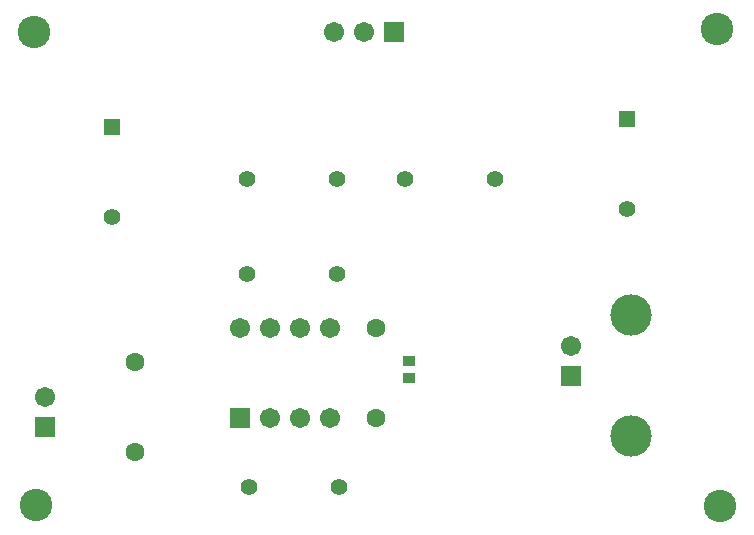
<source format=gts>
G04*
G04 #@! TF.GenerationSoftware,Altium Limited,Altium Designer,26.2.0 (7)*
G04*
G04 Layer_Color=8388736*
%FSLAX44Y44*%
%MOMM*%
G71*
G04*
G04 #@! TF.SameCoordinates,3185D957-47D7-4B04-8ED6-6F93F25C82E1*
G04*
G04*
G04 #@! TF.FilePolarity,Negative*
G04*
G01*
G75*
%ADD18R,1.1032X0.9032*%
%ADD19R,1.7032X1.7032*%
%ADD20C,1.7032*%
%ADD21C,2.7432*%
%ADD22R,1.4032X1.4032*%
%ADD23C,1.4032*%
%ADD24R,1.7032X1.7032*%
%ADD25C,1.6032*%
%ADD26C,3.5032*%
D18*
X336550Y140850D02*
D03*
Y125850D02*
D03*
D19*
X323850Y419100D02*
D03*
X473710Y128270D02*
D03*
D20*
X298450Y419100D02*
D03*
X273050D02*
D03*
X27940Y110490D02*
D03*
X269240Y168910D02*
D03*
X243840D02*
D03*
X218440D02*
D03*
X193040D02*
D03*
X269240Y92710D02*
D03*
X243840D02*
D03*
X218440D02*
D03*
X473710Y153270D02*
D03*
D21*
X599440Y17780D02*
D03*
X20320Y19050D02*
D03*
X19050Y419100D02*
D03*
X596900Y421640D02*
D03*
D22*
X85090Y339090D02*
D03*
X520700Y345440D02*
D03*
D23*
X85090Y262890D02*
D03*
X520700Y269240D02*
D03*
X276860Y34290D02*
D03*
X200660D02*
D03*
X275590Y294640D02*
D03*
X199390D02*
D03*
X408940D02*
D03*
X332740D02*
D03*
X199390Y214630D02*
D03*
X275590D02*
D03*
D24*
X27940Y85090D02*
D03*
X193040Y92710D02*
D03*
D25*
X308610Y168910D02*
D03*
Y92710D02*
D03*
X104140Y139700D02*
D03*
Y63500D02*
D03*
D26*
X524710Y77270D02*
D03*
Y179270D02*
D03*
M02*

</source>
